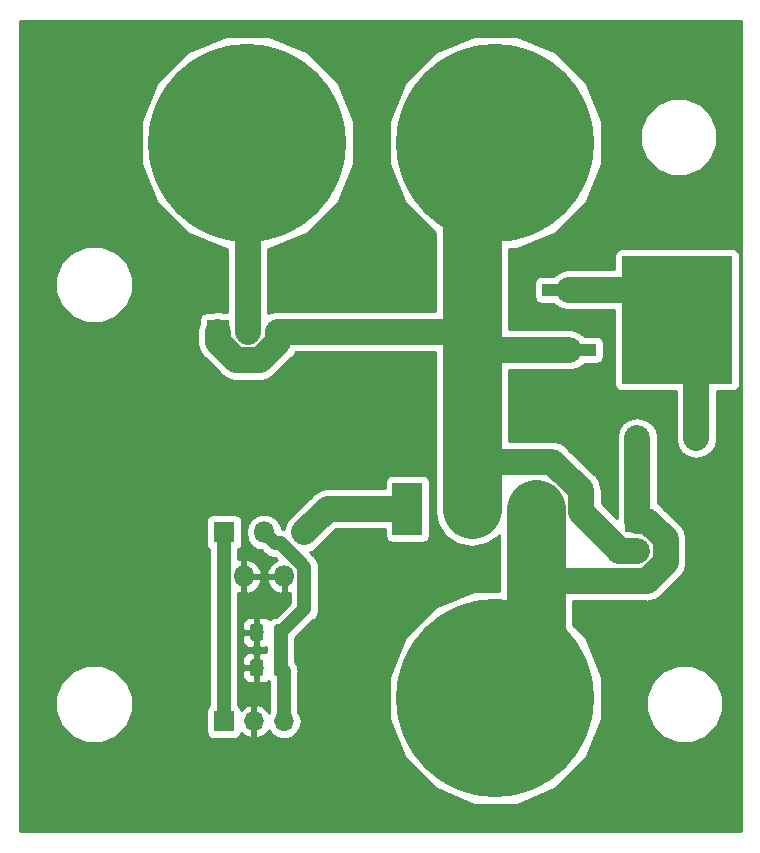
<source format=gbr>
G04 #@! TF.GenerationSoftware,KiCad,Pcbnew,(5.0.2)-1*
G04 #@! TF.CreationDate,2019-04-07T13:53:55+02:00*
G04 #@! TF.ProjectId,Carte commutation,43617274-6520-4636-9f6d-6d7574617469,rev?*
G04 #@! TF.SameCoordinates,Original*
G04 #@! TF.FileFunction,Copper,L1,Top*
G04 #@! TF.FilePolarity,Positive*
%FSLAX46Y46*%
G04 Gerber Fmt 4.6, Leading zero omitted, Abs format (unit mm)*
G04 Created by KiCad (PCBNEW (5.0.2)-1) date 07/04/2019 13:53:55*
%MOMM*%
%LPD*%
G01*
G04 APERTURE LIST*
G04 #@! TA.AperFunction,ComponentPad*
%ADD10C,1.600000*%
G04 #@! TD*
G04 #@! TA.AperFunction,Conductor*
%ADD11C,0.100000*%
G04 #@! TD*
G04 #@! TA.AperFunction,SMDPad,CuDef*
%ADD12C,1.150000*%
G04 #@! TD*
G04 #@! TA.AperFunction,ComponentPad*
%ADD13O,1.905000X2.000000*%
G04 #@! TD*
G04 #@! TA.AperFunction,ComponentPad*
%ADD14R,1.905000X2.000000*%
G04 #@! TD*
G04 #@! TA.AperFunction,ComponentPad*
%ADD15R,2.000000X1.905000*%
G04 #@! TD*
G04 #@! TA.AperFunction,ComponentPad*
%ADD16O,2.000000X1.905000*%
G04 #@! TD*
G04 #@! TA.AperFunction,ComponentPad*
%ADD17C,16.800000*%
G04 #@! TD*
G04 #@! TA.AperFunction,ComponentPad*
%ADD18C,1.100000*%
G04 #@! TD*
G04 #@! TA.AperFunction,ComponentPad*
%ADD19R,1.800000X1.800000*%
G04 #@! TD*
G04 #@! TA.AperFunction,ComponentPad*
%ADD20O,1.800000X1.800000*%
G04 #@! TD*
G04 #@! TA.AperFunction,ComponentPad*
%ADD21R,1.700000X1.700000*%
G04 #@! TD*
G04 #@! TA.AperFunction,ComponentPad*
%ADD22O,1.700000X1.700000*%
G04 #@! TD*
G04 #@! TA.AperFunction,ComponentPad*
%ADD23R,2.500000X4.500000*%
G04 #@! TD*
G04 #@! TA.AperFunction,ComponentPad*
%ADD24O,2.500000X4.500000*%
G04 #@! TD*
G04 #@! TA.AperFunction,SMDPad,CuDef*
%ADD25R,4.600000X1.100000*%
G04 #@! TD*
G04 #@! TA.AperFunction,SMDPad,CuDef*
%ADD26R,9.400000X10.800000*%
G04 #@! TD*
G04 #@! TA.AperFunction,ViaPad*
%ADD27C,2.200000*%
G04 #@! TD*
G04 #@! TA.AperFunction,ViaPad*
%ADD28C,1.000000*%
G04 #@! TD*
G04 #@! TA.AperFunction,Conductor*
%ADD29C,2.200000*%
G04 #@! TD*
G04 #@! TA.AperFunction,Conductor*
%ADD30C,5.000000*%
G04 #@! TD*
G04 #@! TA.AperFunction,Conductor*
%ADD31C,1.200000*%
G04 #@! TD*
G04 #@! TA.AperFunction,Conductor*
%ADD32C,0.254000*%
G04 #@! TD*
G04 APERTURE END LIST*
D10*
G04 #@! TO.P,C0,1*
G04 #@! TO.N,Net-(C0-Pad1)*
X70500000Y-53500000D03*
G04 #@! TO.P,C0,2*
G04 #@! TO.N,Net-(C0-Pad2)*
X65500000Y-53500000D03*
G04 #@! TD*
D11*
G04 #@! TO.N,+15V*
G04 #@! TO.C,C1*
G36*
X35679721Y-69251314D02*
X35703989Y-69254914D01*
X35727788Y-69260875D01*
X35750887Y-69269140D01*
X35773066Y-69279630D01*
X35794109Y-69292242D01*
X35813815Y-69306857D01*
X35831993Y-69323333D01*
X35848469Y-69341511D01*
X35863084Y-69361217D01*
X35875696Y-69382260D01*
X35886186Y-69404439D01*
X35894451Y-69427538D01*
X35900412Y-69451337D01*
X35904012Y-69475605D01*
X35905216Y-69500109D01*
X35905216Y-70400111D01*
X35904012Y-70424615D01*
X35900412Y-70448883D01*
X35894451Y-70472682D01*
X35886186Y-70495781D01*
X35875696Y-70517960D01*
X35863084Y-70539003D01*
X35848469Y-70558709D01*
X35831993Y-70576887D01*
X35813815Y-70593363D01*
X35794109Y-70607978D01*
X35773066Y-70620590D01*
X35750887Y-70631080D01*
X35727788Y-70639345D01*
X35703989Y-70645306D01*
X35679721Y-70648906D01*
X35655217Y-70650110D01*
X35005215Y-70650110D01*
X34980711Y-70648906D01*
X34956443Y-70645306D01*
X34932644Y-70639345D01*
X34909545Y-70631080D01*
X34887366Y-70620590D01*
X34866323Y-70607978D01*
X34846617Y-70593363D01*
X34828439Y-70576887D01*
X34811963Y-70558709D01*
X34797348Y-70539003D01*
X34784736Y-70517960D01*
X34774246Y-70495781D01*
X34765981Y-70472682D01*
X34760020Y-70448883D01*
X34756420Y-70424615D01*
X34755216Y-70400111D01*
X34755216Y-69500109D01*
X34756420Y-69475605D01*
X34760020Y-69451337D01*
X34765981Y-69427538D01*
X34774246Y-69404439D01*
X34784736Y-69382260D01*
X34797348Y-69361217D01*
X34811963Y-69341511D01*
X34828439Y-69323333D01*
X34846617Y-69306857D01*
X34866323Y-69292242D01*
X34887366Y-69279630D01*
X34909545Y-69269140D01*
X34932644Y-69260875D01*
X34956443Y-69254914D01*
X34980711Y-69251314D01*
X35005215Y-69250110D01*
X35655217Y-69250110D01*
X35679721Y-69251314D01*
X35679721Y-69251314D01*
G37*
D12*
G04 #@! TD*
G04 #@! TO.P,C1,1*
G04 #@! TO.N,+15V*
X35330216Y-69950110D03*
D11*
G04 #@! TO.N,GND*
G04 #@! TO.C,C1*
G36*
X33629721Y-69251314D02*
X33653989Y-69254914D01*
X33677788Y-69260875D01*
X33700887Y-69269140D01*
X33723066Y-69279630D01*
X33744109Y-69292242D01*
X33763815Y-69306857D01*
X33781993Y-69323333D01*
X33798469Y-69341511D01*
X33813084Y-69361217D01*
X33825696Y-69382260D01*
X33836186Y-69404439D01*
X33844451Y-69427538D01*
X33850412Y-69451337D01*
X33854012Y-69475605D01*
X33855216Y-69500109D01*
X33855216Y-70400111D01*
X33854012Y-70424615D01*
X33850412Y-70448883D01*
X33844451Y-70472682D01*
X33836186Y-70495781D01*
X33825696Y-70517960D01*
X33813084Y-70539003D01*
X33798469Y-70558709D01*
X33781993Y-70576887D01*
X33763815Y-70593363D01*
X33744109Y-70607978D01*
X33723066Y-70620590D01*
X33700887Y-70631080D01*
X33677788Y-70639345D01*
X33653989Y-70645306D01*
X33629721Y-70648906D01*
X33605217Y-70650110D01*
X32955215Y-70650110D01*
X32930711Y-70648906D01*
X32906443Y-70645306D01*
X32882644Y-70639345D01*
X32859545Y-70631080D01*
X32837366Y-70620590D01*
X32816323Y-70607978D01*
X32796617Y-70593363D01*
X32778439Y-70576887D01*
X32761963Y-70558709D01*
X32747348Y-70539003D01*
X32734736Y-70517960D01*
X32724246Y-70495781D01*
X32715981Y-70472682D01*
X32710020Y-70448883D01*
X32706420Y-70424615D01*
X32705216Y-70400111D01*
X32705216Y-69500109D01*
X32706420Y-69475605D01*
X32710020Y-69451337D01*
X32715981Y-69427538D01*
X32724246Y-69404439D01*
X32734736Y-69382260D01*
X32747348Y-69361217D01*
X32761963Y-69341511D01*
X32778439Y-69323333D01*
X32796617Y-69306857D01*
X32816323Y-69292242D01*
X32837366Y-69279630D01*
X32859545Y-69269140D01*
X32882644Y-69260875D01*
X32906443Y-69254914D01*
X32930711Y-69251314D01*
X32955215Y-69250110D01*
X33605217Y-69250110D01*
X33629721Y-69251314D01*
X33629721Y-69251314D01*
G37*
D12*
G04 #@! TD*
G04 #@! TO.P,C1,2*
G04 #@! TO.N,GND*
X33280216Y-69950110D03*
D11*
G04 #@! TO.N,GND*
G04 #@! TO.C,C2*
G36*
X33629721Y-72251314D02*
X33653989Y-72254914D01*
X33677788Y-72260875D01*
X33700887Y-72269140D01*
X33723066Y-72279630D01*
X33744109Y-72292242D01*
X33763815Y-72306857D01*
X33781993Y-72323333D01*
X33798469Y-72341511D01*
X33813084Y-72361217D01*
X33825696Y-72382260D01*
X33836186Y-72404439D01*
X33844451Y-72427538D01*
X33850412Y-72451337D01*
X33854012Y-72475605D01*
X33855216Y-72500109D01*
X33855216Y-73400111D01*
X33854012Y-73424615D01*
X33850412Y-73448883D01*
X33844451Y-73472682D01*
X33836186Y-73495781D01*
X33825696Y-73517960D01*
X33813084Y-73539003D01*
X33798469Y-73558709D01*
X33781993Y-73576887D01*
X33763815Y-73593363D01*
X33744109Y-73607978D01*
X33723066Y-73620590D01*
X33700887Y-73631080D01*
X33677788Y-73639345D01*
X33653989Y-73645306D01*
X33629721Y-73648906D01*
X33605217Y-73650110D01*
X32955215Y-73650110D01*
X32930711Y-73648906D01*
X32906443Y-73645306D01*
X32882644Y-73639345D01*
X32859545Y-73631080D01*
X32837366Y-73620590D01*
X32816323Y-73607978D01*
X32796617Y-73593363D01*
X32778439Y-73576887D01*
X32761963Y-73558709D01*
X32747348Y-73539003D01*
X32734736Y-73517960D01*
X32724246Y-73495781D01*
X32715981Y-73472682D01*
X32710020Y-73448883D01*
X32706420Y-73424615D01*
X32705216Y-73400111D01*
X32705216Y-72500109D01*
X32706420Y-72475605D01*
X32710020Y-72451337D01*
X32715981Y-72427538D01*
X32724246Y-72404439D01*
X32734736Y-72382260D01*
X32747348Y-72361217D01*
X32761963Y-72341511D01*
X32778439Y-72323333D01*
X32796617Y-72306857D01*
X32816323Y-72292242D01*
X32837366Y-72279630D01*
X32859545Y-72269140D01*
X32882644Y-72260875D01*
X32906443Y-72254914D01*
X32930711Y-72251314D01*
X32955215Y-72250110D01*
X33605217Y-72250110D01*
X33629721Y-72251314D01*
X33629721Y-72251314D01*
G37*
D12*
G04 #@! TD*
G04 #@! TO.P,C2,2*
G04 #@! TO.N,GND*
X33280216Y-72950110D03*
D11*
G04 #@! TO.N,+15V*
G04 #@! TO.C,C2*
G36*
X35679721Y-72251314D02*
X35703989Y-72254914D01*
X35727788Y-72260875D01*
X35750887Y-72269140D01*
X35773066Y-72279630D01*
X35794109Y-72292242D01*
X35813815Y-72306857D01*
X35831993Y-72323333D01*
X35848469Y-72341511D01*
X35863084Y-72361217D01*
X35875696Y-72382260D01*
X35886186Y-72404439D01*
X35894451Y-72427538D01*
X35900412Y-72451337D01*
X35904012Y-72475605D01*
X35905216Y-72500109D01*
X35905216Y-73400111D01*
X35904012Y-73424615D01*
X35900412Y-73448883D01*
X35894451Y-73472682D01*
X35886186Y-73495781D01*
X35875696Y-73517960D01*
X35863084Y-73539003D01*
X35848469Y-73558709D01*
X35831993Y-73576887D01*
X35813815Y-73593363D01*
X35794109Y-73607978D01*
X35773066Y-73620590D01*
X35750887Y-73631080D01*
X35727788Y-73639345D01*
X35703989Y-73645306D01*
X35679721Y-73648906D01*
X35655217Y-73650110D01*
X35005215Y-73650110D01*
X34980711Y-73648906D01*
X34956443Y-73645306D01*
X34932644Y-73639345D01*
X34909545Y-73631080D01*
X34887366Y-73620590D01*
X34866323Y-73607978D01*
X34846617Y-73593363D01*
X34828439Y-73576887D01*
X34811963Y-73558709D01*
X34797348Y-73539003D01*
X34784736Y-73517960D01*
X34774246Y-73495781D01*
X34765981Y-73472682D01*
X34760020Y-73448883D01*
X34756420Y-73424615D01*
X34755216Y-73400111D01*
X34755216Y-72500109D01*
X34756420Y-72475605D01*
X34760020Y-72451337D01*
X34765981Y-72427538D01*
X34774246Y-72404439D01*
X34784736Y-72382260D01*
X34797348Y-72361217D01*
X34811963Y-72341511D01*
X34828439Y-72323333D01*
X34846617Y-72306857D01*
X34866323Y-72292242D01*
X34887366Y-72279630D01*
X34909545Y-72269140D01*
X34932644Y-72260875D01*
X34956443Y-72254914D01*
X34980711Y-72251314D01*
X35005215Y-72250110D01*
X35655217Y-72250110D01*
X35679721Y-72251314D01*
X35679721Y-72251314D01*
G37*
D12*
G04 #@! TD*
G04 #@! TO.P,C2,1*
G04 #@! TO.N,+15V*
X35330216Y-72950110D03*
D13*
G04 #@! TO.P,D0,3*
G04 #@! TO.N,Net-(D0-Pad1)*
X35080000Y-44500000D03*
G04 #@! TO.P,D0,2*
G04 #@! TO.N,Net-(D0-Pad2)*
X32540000Y-44500000D03*
D14*
G04 #@! TO.P,D0,1*
G04 #@! TO.N,Net-(D0-Pad1)*
X30000000Y-44500000D03*
G04 #@! TD*
D15*
G04 #@! TO.P,D1,1*
G04 #@! TO.N,Net-(C0-Pad2)*
X65500000Y-60500000D03*
D16*
G04 #@! TO.P,D1,2*
G04 #@! TO.N,Net-(D0-Pad1)*
X65500000Y-63040000D03*
G04 #@! TO.P,D1,3*
G04 #@! TO.N,Net-(C0-Pad2)*
X65500000Y-65580000D03*
G04 #@! TD*
D17*
G04 #@! TO.P,H0,1*
G04 #@! TO.N,Net-(D0-Pad2)*
X32500000Y-28500000D03*
D18*
X38800000Y-28500000D03*
X36954773Y-32954773D03*
X32500000Y-34800000D03*
X28045227Y-32954773D03*
X26200000Y-28500000D03*
X28045227Y-24045227D03*
X32500000Y-22200000D03*
X36954773Y-24045227D03*
G04 #@! TD*
G04 #@! TO.P,H1,1*
G04 #@! TO.N,Net-(D0-Pad1)*
X57954773Y-24045227D03*
X53500000Y-22200000D03*
X49045227Y-24045227D03*
X47200000Y-28500000D03*
X49045227Y-32954773D03*
X53500000Y-34800000D03*
X57954773Y-32954773D03*
X59800000Y-28500000D03*
D17*
X53500000Y-28500000D03*
G04 #@! TD*
G04 #@! TO.P,H2,1*
G04 #@! TO.N,Net-(C0-Pad2)*
X53500000Y-75500000D03*
D18*
X59800000Y-75500000D03*
X57954773Y-79954773D03*
X53500000Y-81800000D03*
X49045227Y-79954773D03*
X47200000Y-75500000D03*
X49045227Y-71045227D03*
X53500000Y-69200000D03*
X57954773Y-71045227D03*
G04 #@! TD*
D19*
G04 #@! TO.P,IC1,1*
G04 #@! TO.N,Vin*
X30500000Y-61500000D03*
D20*
G04 #@! TO.P,IC1,2*
G04 #@! TO.N,GND*
X32200000Y-65200000D03*
G04 #@! TO.P,IC1,3*
G04 #@! TO.N,+15V*
X33900000Y-61500000D03*
G04 #@! TO.P,IC1,4*
G04 #@! TO.N,GND*
X35600000Y-65200000D03*
G04 #@! TO.P,IC1,5*
G04 #@! TO.N,Net-(IC1-Pad5)*
X37300000Y-61500000D03*
G04 #@! TD*
D21*
G04 #@! TO.P,J0,1*
G04 #@! TO.N,Vin*
X30500000Y-77500000D03*
D22*
G04 #@! TO.P,J0,2*
G04 #@! TO.N,GND*
X33040000Y-77500000D03*
G04 #@! TO.P,J0,3*
G04 #@! TO.N,+15V*
X35580000Y-77500000D03*
G04 #@! TD*
D23*
G04 #@! TO.P,Q1,1*
G04 #@! TO.N,Net-(IC1-Pad5)*
X46050000Y-59500000D03*
D24*
G04 #@! TO.P,Q1,2*
G04 #@! TO.N,Net-(D0-Pad1)*
X51500000Y-59500000D03*
G04 #@! TO.P,Q1,3*
G04 #@! TO.N,Net-(C0-Pad2)*
X56950000Y-59500000D03*
G04 #@! TD*
D25*
G04 #@! TO.P,R0,1*
G04 #@! TO.N,Net-(C0-Pad1)*
X59725000Y-40960000D03*
G04 #@! TO.P,R0,2*
G04 #@! TO.N,Net-(D0-Pad1)*
X59725000Y-46040000D03*
D26*
G04 #@! TO.P,R0,1*
G04 #@! TO.N,Net-(C0-Pad1)*
X68875000Y-43500000D03*
G04 #@! TD*
D27*
G04 #@! TO.N,Net-(C0-Pad1)*
X68875000Y-43500000D03*
D28*
X70500000Y-47500000D03*
D27*
G04 #@! TO.N,Net-(C0-Pad2)*
X56950000Y-64500000D03*
D28*
X65500000Y-56500000D03*
D27*
G04 #@! TO.N,Net-(D0-Pad1)*
X51500000Y-38500000D03*
X51500000Y-44500000D03*
X51500000Y-49500000D03*
X51500000Y-54500000D03*
D28*
X58324025Y-55500000D03*
X60750010Y-57925985D03*
X46500000Y-44500000D03*
X43500000Y-44500000D03*
X39500000Y-44500000D03*
X33500000Y-46900010D03*
X59500000Y-46040000D03*
X56500000Y-46040000D03*
G04 #@! TO.N,Net-(D0-Pad2)*
X32540000Y-38500000D03*
X32540000Y-41500000D03*
G04 #@! TD*
D29*
G04 #@! TO.N,Net-(C0-Pad1)*
X66335000Y-40960000D02*
X68875000Y-43500000D01*
X59725000Y-40960000D02*
X66335000Y-40960000D01*
X70500000Y-45125000D02*
X68875000Y-43500000D01*
X70500000Y-53500000D02*
X70500000Y-47500000D01*
X68875000Y-43500000D02*
X68875000Y-43500000D01*
X70500000Y-47500000D02*
X70500000Y-45125000D01*
D30*
G04 #@! TO.N,Net-(C0-Pad2)*
X56950000Y-72050000D02*
X53500000Y-75500000D01*
D29*
X65500000Y-53500000D02*
X65500000Y-56500000D01*
X57870000Y-65580000D02*
X56950000Y-66500000D01*
X65500000Y-65580000D02*
X57870000Y-65580000D01*
D30*
X56950000Y-59500000D02*
X56950000Y-66500000D01*
X56950000Y-66500000D02*
X56950000Y-72050000D01*
D29*
X66354126Y-60500000D02*
X65500000Y-60500000D01*
X67900010Y-62045884D02*
X66354126Y-60500000D01*
X67900010Y-64034116D02*
X67900010Y-62045884D01*
X65500000Y-65580000D02*
X66354126Y-65580000D01*
X66354126Y-65580000D02*
X67900010Y-64034116D01*
X65500000Y-56500000D02*
X65500000Y-60500000D01*
D31*
G04 #@! TO.N,+15V*
X35580000Y-73199894D02*
X35330216Y-72950110D01*
X35580000Y-77500000D02*
X35580000Y-73199894D01*
X35330216Y-72950110D02*
X35330216Y-69950110D01*
X34799999Y-62399999D02*
X33900000Y-61500000D01*
X35316001Y-62399999D02*
X34799999Y-62399999D01*
X37300001Y-64383999D02*
X35316001Y-62399999D01*
X35330216Y-69950110D02*
X37300001Y-67980325D01*
X37300001Y-67980325D02*
X37300001Y-64383999D01*
D30*
G04 #@! TO.N,Net-(D0-Pad1)*
X51500000Y-30500000D02*
X53500000Y-28500000D01*
D29*
X38232500Y-44500000D02*
X39500000Y-44500000D01*
X35080000Y-44500000D02*
X38232500Y-44500000D01*
D30*
X51500000Y-44500000D02*
X51500000Y-38500000D01*
D29*
X30000000Y-45354126D02*
X30000000Y-44500000D01*
X31545884Y-46900010D02*
X30000000Y-45354126D01*
X33534116Y-46900010D02*
X33500000Y-46900010D01*
X35080000Y-44500000D02*
X35080000Y-45354126D01*
X35080000Y-45354126D02*
X33534116Y-46900010D01*
X53040000Y-46040000D02*
X51500000Y-44500000D01*
X59725000Y-46040000D02*
X59500000Y-46040000D01*
X65500000Y-63040000D02*
X63960000Y-63040000D01*
X58324025Y-55500000D02*
X58324025Y-55500000D01*
D30*
X51500000Y-59500000D02*
X51500000Y-55500000D01*
D29*
X63960000Y-63040000D02*
X63960000Y-62960000D01*
X63960000Y-62960000D02*
X60750010Y-59750010D01*
X60750010Y-59750010D02*
X60750010Y-57925985D01*
D30*
X51500000Y-55500000D02*
X51500000Y-44500000D01*
D29*
X60750010Y-57925985D02*
X58324025Y-55500000D01*
D30*
X51500000Y-38500000D02*
X51500000Y-30500000D01*
D29*
X51500000Y-44500000D02*
X51500000Y-44500000D01*
X58324025Y-55500000D02*
X51500000Y-55500000D01*
X60750010Y-57925985D02*
X60750010Y-57925985D01*
X46500000Y-44500000D02*
X51500000Y-44500000D01*
X43500000Y-44500000D02*
X46500000Y-44500000D01*
X39500000Y-44500000D02*
X43500000Y-44500000D01*
X33500000Y-46900010D02*
X31545884Y-46900010D01*
X59500000Y-46040000D02*
X56500000Y-46040000D01*
X56500000Y-46040000D02*
X53040000Y-46040000D01*
G04 #@! TO.N,Net-(D0-Pad2)*
X32540000Y-28540000D02*
X32500000Y-28500000D01*
X32540000Y-44500000D02*
X32540000Y-41500000D01*
X32540000Y-38500000D02*
X32540000Y-28540000D01*
X32540000Y-41500000D02*
X32540000Y-38500000D01*
D31*
G04 #@! TO.N,Vin*
X30500000Y-77500000D02*
X30500000Y-61500000D01*
D29*
G04 #@! TO.N,Net-(IC1-Pad5)*
X39300000Y-59500000D02*
X37300000Y-61500000D01*
X46050000Y-59500000D02*
X39300000Y-59500000D01*
G04 #@! TD*
D32*
G04 #@! TO.N,GND*
G36*
X74290001Y-86790000D02*
X13210000Y-86790000D01*
X13210000Y-75346573D01*
X16215000Y-75346573D01*
X16215000Y-76653427D01*
X16715111Y-77860803D01*
X17639197Y-78784889D01*
X18846573Y-79285000D01*
X20153427Y-79285000D01*
X21360803Y-78784889D01*
X22284889Y-77860803D01*
X22785000Y-76653427D01*
X22785000Y-75346573D01*
X22284889Y-74139197D01*
X21360803Y-73215111D01*
X20153427Y-72715000D01*
X18846573Y-72715000D01*
X17639197Y-73215111D01*
X16715111Y-74139197D01*
X16215000Y-75346573D01*
X13210000Y-75346573D01*
X13210000Y-60600000D01*
X28952560Y-60600000D01*
X28952560Y-62400000D01*
X29001843Y-62647765D01*
X29142191Y-62857809D01*
X29265001Y-62939869D01*
X29265000Y-76143541D01*
X29192191Y-76192191D01*
X29051843Y-76402235D01*
X29002560Y-76650000D01*
X29002560Y-78350000D01*
X29051843Y-78597765D01*
X29192191Y-78807809D01*
X29402235Y-78948157D01*
X29650000Y-78997440D01*
X31350000Y-78997440D01*
X31597765Y-78948157D01*
X31807809Y-78807809D01*
X31948157Y-78597765D01*
X31968739Y-78494292D01*
X32273076Y-78771645D01*
X32683110Y-78941476D01*
X32913000Y-78820155D01*
X32913000Y-77627000D01*
X32893000Y-77627000D01*
X32893000Y-77373000D01*
X32913000Y-77373000D01*
X32913000Y-76179845D01*
X32683110Y-76058524D01*
X32273076Y-76228355D01*
X31968739Y-76505708D01*
X31948157Y-76402235D01*
X31807809Y-76192191D01*
X31735000Y-76143541D01*
X31735000Y-73235860D01*
X32070216Y-73235860D01*
X32070216Y-73776420D01*
X32166889Y-74009809D01*
X32345518Y-74188437D01*
X32578907Y-74285110D01*
X32994466Y-74285110D01*
X33153216Y-74126360D01*
X33153216Y-73077110D01*
X32228966Y-73077110D01*
X32070216Y-73235860D01*
X31735000Y-73235860D01*
X31735000Y-72123800D01*
X32070216Y-72123800D01*
X32070216Y-72664360D01*
X32228966Y-72823110D01*
X33153216Y-72823110D01*
X33153216Y-71773860D01*
X32994466Y-71615110D01*
X32578907Y-71615110D01*
X32345518Y-71711783D01*
X32166889Y-71890411D01*
X32070216Y-72123800D01*
X31735000Y-72123800D01*
X31735000Y-70235860D01*
X32070216Y-70235860D01*
X32070216Y-70776420D01*
X32166889Y-71009809D01*
X32345518Y-71188437D01*
X32578907Y-71285110D01*
X32994466Y-71285110D01*
X33153216Y-71126360D01*
X33153216Y-70077110D01*
X32228966Y-70077110D01*
X32070216Y-70235860D01*
X31735000Y-70235860D01*
X31735000Y-69123800D01*
X32070216Y-69123800D01*
X32070216Y-69664360D01*
X32228966Y-69823110D01*
X33153216Y-69823110D01*
X33153216Y-68773860D01*
X32994466Y-68615110D01*
X32578907Y-68615110D01*
X32345518Y-68711783D01*
X32166889Y-68890411D01*
X32070216Y-69123800D01*
X31735000Y-69123800D01*
X31735000Y-66644304D01*
X31835258Y-66691046D01*
X32073000Y-66570997D01*
X32073000Y-65327000D01*
X32327000Y-65327000D01*
X32327000Y-66570997D01*
X32564742Y-66691046D01*
X33107576Y-66437966D01*
X33512240Y-65996417D01*
X33691036Y-65564740D01*
X34108964Y-65564740D01*
X34287760Y-65996417D01*
X34692424Y-66437966D01*
X35235258Y-66691046D01*
X35473000Y-66570997D01*
X35473000Y-65327000D01*
X34229622Y-65327000D01*
X34108964Y-65564740D01*
X33691036Y-65564740D01*
X33570378Y-65327000D01*
X32327000Y-65327000D01*
X32073000Y-65327000D01*
X32053000Y-65327000D01*
X32053000Y-65073000D01*
X32073000Y-65073000D01*
X32073000Y-63829003D01*
X32327000Y-63829003D01*
X32327000Y-65073000D01*
X33570378Y-65073000D01*
X33691036Y-64835260D01*
X33512240Y-64403583D01*
X33107576Y-63962034D01*
X32564742Y-63708954D01*
X32327000Y-63829003D01*
X32073000Y-63829003D01*
X31835258Y-63708954D01*
X31735000Y-63755696D01*
X31735000Y-62939868D01*
X31857809Y-62857809D01*
X31998157Y-62647765D01*
X32047440Y-62400000D01*
X32047440Y-61500000D01*
X32334928Y-61500000D01*
X32454062Y-62098927D01*
X32793327Y-62606673D01*
X33301073Y-62945938D01*
X33673456Y-63020010D01*
X33840714Y-63187268D01*
X33909614Y-63290384D01*
X34012730Y-63359284D01*
X34012731Y-63359285D01*
X34293510Y-63546895D01*
X34318126Y-63563343D01*
X34678363Y-63634999D01*
X34678367Y-63634999D01*
X34799999Y-63659193D01*
X34823890Y-63654441D01*
X34991873Y-63822425D01*
X34692424Y-63962034D01*
X34287760Y-64403583D01*
X34108964Y-64835260D01*
X34229622Y-65073000D01*
X35473000Y-65073000D01*
X35473000Y-65053000D01*
X35727000Y-65053000D01*
X35727000Y-65073000D01*
X35747000Y-65073000D01*
X35747000Y-65327000D01*
X35727000Y-65327000D01*
X35727000Y-66570997D01*
X35964742Y-66691046D01*
X36065001Y-66644303D01*
X36065001Y-67468772D01*
X34912701Y-68621072D01*
X34661780Y-68670983D01*
X34370630Y-68865524D01*
X34369839Y-68866707D01*
X34214914Y-68711783D01*
X33981525Y-68615110D01*
X33565966Y-68615110D01*
X33407216Y-68773860D01*
X33407216Y-69823110D01*
X33427216Y-69823110D01*
X33427216Y-70077110D01*
X33407216Y-70077110D01*
X33407216Y-71126360D01*
X33565966Y-71285110D01*
X33981525Y-71285110D01*
X34095217Y-71238017D01*
X34095216Y-71662203D01*
X33981525Y-71615110D01*
X33565966Y-71615110D01*
X33407216Y-71773860D01*
X33407216Y-72823110D01*
X33427216Y-72823110D01*
X33427216Y-73077110D01*
X33407216Y-73077110D01*
X33407216Y-74126360D01*
X33565966Y-74285110D01*
X33981525Y-74285110D01*
X34214914Y-74188437D01*
X34345001Y-74058351D01*
X34345000Y-76675379D01*
X34296157Y-76748478D01*
X34235183Y-76618642D01*
X33806924Y-76228355D01*
X33396890Y-76058524D01*
X33167000Y-76179845D01*
X33167000Y-77373000D01*
X33187000Y-77373000D01*
X33187000Y-77627000D01*
X33167000Y-77627000D01*
X33167000Y-78820155D01*
X33396890Y-78941476D01*
X33806924Y-78771645D01*
X34235183Y-78381358D01*
X34296157Y-78251522D01*
X34509375Y-78570625D01*
X35000582Y-78898839D01*
X35433744Y-78985000D01*
X35726256Y-78985000D01*
X36159418Y-78898839D01*
X36650625Y-78570625D01*
X36978839Y-78079418D01*
X37094092Y-77500000D01*
X36978839Y-76920582D01*
X36815000Y-76675380D01*
X36815000Y-73321526D01*
X36839194Y-73199894D01*
X36815000Y-73078262D01*
X36815000Y-73078258D01*
X36743344Y-72718021D01*
X36565216Y-72451434D01*
X36565216Y-70461663D01*
X38087268Y-68939611D01*
X38190386Y-68870710D01*
X38463345Y-68462198D01*
X38535001Y-68101961D01*
X38535001Y-68101957D01*
X38559195Y-67980325D01*
X38535001Y-67858693D01*
X38535001Y-64505631D01*
X38559195Y-64383999D01*
X38535001Y-64262367D01*
X38535001Y-64262363D01*
X38463345Y-63902126D01*
X38339623Y-63716963D01*
X38259287Y-63596731D01*
X38259286Y-63596730D01*
X38190386Y-63493614D01*
X38087270Y-63424714D01*
X37826765Y-63164209D01*
X37976963Y-63134333D01*
X38405999Y-62847660D01*
X40018660Y-61235000D01*
X44152560Y-61235000D01*
X44152560Y-61750000D01*
X44201843Y-61997765D01*
X44342191Y-62207809D01*
X44552235Y-62348157D01*
X44800000Y-62397440D01*
X47300000Y-62397440D01*
X47547765Y-62348157D01*
X47757809Y-62207809D01*
X47898157Y-61997765D01*
X47947440Y-61750000D01*
X47947440Y-57250000D01*
X47898157Y-57002235D01*
X47757809Y-56792191D01*
X47547765Y-56651843D01*
X47300000Y-56602560D01*
X44800000Y-56602560D01*
X44552235Y-56651843D01*
X44342191Y-56792191D01*
X44201843Y-57002235D01*
X44152560Y-57250000D01*
X44152560Y-57765000D01*
X39470878Y-57765000D01*
X39299999Y-57731010D01*
X39129121Y-57765000D01*
X39129120Y-57765000D01*
X38623037Y-57865666D01*
X38049135Y-58249135D01*
X37952338Y-58394002D01*
X35952340Y-60394001D01*
X35665667Y-60823037D01*
X35591556Y-61195616D01*
X35437637Y-61164999D01*
X35437633Y-61164999D01*
X35396821Y-61156881D01*
X35345938Y-60901073D01*
X35006673Y-60393327D01*
X34498927Y-60054062D01*
X34051182Y-59965000D01*
X33748818Y-59965000D01*
X33301073Y-60054062D01*
X32793327Y-60393327D01*
X32454062Y-60901073D01*
X32334928Y-61500000D01*
X32047440Y-61500000D01*
X32047440Y-60600000D01*
X31998157Y-60352235D01*
X31857809Y-60142191D01*
X31647765Y-60001843D01*
X31400000Y-59952560D01*
X29600000Y-59952560D01*
X29352235Y-60001843D01*
X29142191Y-60142191D01*
X29001843Y-60352235D01*
X28952560Y-60600000D01*
X13210000Y-60600000D01*
X13210000Y-39846573D01*
X16215000Y-39846573D01*
X16215000Y-41153427D01*
X16715111Y-42360803D01*
X17639197Y-43284889D01*
X18846573Y-43785000D01*
X20153427Y-43785000D01*
X21360803Y-43284889D01*
X22284889Y-42360803D01*
X22785000Y-41153427D01*
X22785000Y-39846573D01*
X22284889Y-38639197D01*
X21360803Y-37715111D01*
X20153427Y-37215000D01*
X18846573Y-37215000D01*
X17639197Y-37715111D01*
X16715111Y-38639197D01*
X16215000Y-39846573D01*
X13210000Y-39846573D01*
X13210000Y-26702827D01*
X23465000Y-26702827D01*
X23465000Y-30297173D01*
X24840497Y-33617916D01*
X27382084Y-36159503D01*
X30702827Y-37535000D01*
X30805000Y-37535000D01*
X30805000Y-38670879D01*
X30805001Y-38670884D01*
X30805000Y-41670879D01*
X30805001Y-41670884D01*
X30805001Y-42852560D01*
X30611075Y-42852560D01*
X30000000Y-42731010D01*
X29388926Y-42852560D01*
X29047500Y-42852560D01*
X28799735Y-42901843D01*
X28589691Y-43042191D01*
X28449343Y-43252235D01*
X28400060Y-43500000D01*
X28400060Y-43771563D01*
X28365666Y-43823037D01*
X28265000Y-44329120D01*
X28265000Y-45183248D01*
X28231010Y-45354126D01*
X28265000Y-45525004D01*
X28265000Y-45525005D01*
X28365666Y-46031088D01*
X28749135Y-46604991D01*
X28894005Y-46701790D01*
X30198222Y-48006008D01*
X30295019Y-48150875D01*
X30868921Y-48534344D01*
X31375004Y-48635010D01*
X31375005Y-48635010D01*
X31545883Y-48669000D01*
X31716762Y-48635010D01*
X33363238Y-48635010D01*
X33534116Y-48669000D01*
X33704994Y-48635010D01*
X33704996Y-48635010D01*
X34211079Y-48534344D01*
X34784981Y-48150875D01*
X34881780Y-48006005D01*
X36185998Y-46701788D01*
X36330865Y-46604991D01*
X36578085Y-46235000D01*
X48365001Y-46235000D01*
X48365000Y-55808768D01*
X48365001Y-55808772D01*
X48365000Y-59808768D01*
X48546895Y-60723215D01*
X49239791Y-61760209D01*
X50276784Y-62453105D01*
X51500000Y-62696418D01*
X52723215Y-62453105D01*
X53760209Y-61760209D01*
X53815000Y-61678208D01*
X53815001Y-66191227D01*
X53815000Y-66191232D01*
X53815000Y-66465000D01*
X51702827Y-66465000D01*
X48382084Y-67840497D01*
X45840497Y-70382084D01*
X44465000Y-73702827D01*
X44465000Y-77297173D01*
X45840497Y-80617916D01*
X48382084Y-83159503D01*
X51702827Y-84535000D01*
X55297173Y-84535000D01*
X58617916Y-83159503D01*
X61159503Y-80617916D01*
X62535000Y-77297173D01*
X62535000Y-75346573D01*
X66215000Y-75346573D01*
X66215000Y-76653427D01*
X66715111Y-77860803D01*
X67639197Y-78784889D01*
X68846573Y-79285000D01*
X70153427Y-79285000D01*
X71360803Y-78784889D01*
X72284889Y-77860803D01*
X72785000Y-76653427D01*
X72785000Y-75346573D01*
X72284889Y-74139197D01*
X71360803Y-73215111D01*
X70153427Y-72715000D01*
X68846573Y-72715000D01*
X67639197Y-73215111D01*
X66715111Y-74139197D01*
X66215000Y-75346573D01*
X62535000Y-75346573D01*
X62535000Y-73702827D01*
X61159503Y-70382084D01*
X60085000Y-69307581D01*
X60085000Y-67315000D01*
X66183248Y-67315000D01*
X66354126Y-67348990D01*
X66525004Y-67315000D01*
X66525006Y-67315000D01*
X67031089Y-67214334D01*
X67604991Y-66830865D01*
X67701790Y-66685995D01*
X69006008Y-65381778D01*
X69150875Y-65284981D01*
X69534344Y-64711079D01*
X69635010Y-64204996D01*
X69635010Y-64204995D01*
X69669000Y-64034117D01*
X69635010Y-63863238D01*
X69635010Y-62216762D01*
X69669000Y-62045883D01*
X69630832Y-61853999D01*
X69534344Y-61368921D01*
X69150875Y-60795019D01*
X69006008Y-60698222D01*
X67701790Y-59394005D01*
X67604991Y-59249135D01*
X67235000Y-59001915D01*
X67235000Y-53329120D01*
X67134334Y-52823037D01*
X66750865Y-52249135D01*
X66176962Y-51865666D01*
X65500000Y-51731010D01*
X64823037Y-51865666D01*
X64249135Y-52249135D01*
X63865666Y-52823038D01*
X63765000Y-53329121D01*
X63765001Y-56329116D01*
X63765000Y-56329121D01*
X63765001Y-60311341D01*
X62485010Y-59031351D01*
X62485010Y-58096865D01*
X62519000Y-57925985D01*
X62474093Y-57700219D01*
X62384344Y-57249022D01*
X62000875Y-56675120D01*
X61856008Y-56578323D01*
X59671689Y-54394005D01*
X59574890Y-54249135D01*
X59000988Y-53865666D01*
X58494905Y-53765000D01*
X58494903Y-53765000D01*
X58324025Y-53731010D01*
X58153147Y-53765000D01*
X54635000Y-53765000D01*
X54635000Y-47775000D01*
X59895880Y-47775000D01*
X60401963Y-47674334D01*
X60975865Y-47290865D01*
X61011562Y-47237440D01*
X62025000Y-47237440D01*
X62272765Y-47188157D01*
X62482809Y-47047809D01*
X62623157Y-46837765D01*
X62672440Y-46590000D01*
X62672440Y-45490000D01*
X62623157Y-45242235D01*
X62482809Y-45032191D01*
X62272765Y-44891843D01*
X62025000Y-44842560D01*
X61011562Y-44842560D01*
X60975865Y-44789135D01*
X60401963Y-44405666D01*
X59895880Y-44305000D01*
X54635000Y-44305000D01*
X54635000Y-40410000D01*
X56777560Y-40410000D01*
X56777560Y-41510000D01*
X56826843Y-41757765D01*
X56967191Y-41967809D01*
X57177235Y-42108157D01*
X57425000Y-42157440D01*
X58438438Y-42157440D01*
X58474135Y-42210865D01*
X59048037Y-42594334D01*
X59554120Y-42695000D01*
X63527560Y-42695000D01*
X63527560Y-48900000D01*
X63576843Y-49147765D01*
X63717191Y-49357809D01*
X63927235Y-49498157D01*
X64175000Y-49547440D01*
X68765001Y-49547440D01*
X68765000Y-53670879D01*
X68865666Y-54176962D01*
X69249135Y-54750865D01*
X69823037Y-55134334D01*
X70500000Y-55268990D01*
X71176962Y-55134334D01*
X71750865Y-54750865D01*
X72134334Y-54176963D01*
X72235000Y-53670880D01*
X72235000Y-49547440D01*
X73575000Y-49547440D01*
X73822765Y-49498157D01*
X74032809Y-49357809D01*
X74173157Y-49147765D01*
X74222440Y-48900000D01*
X74222440Y-38100000D01*
X74173157Y-37852235D01*
X74032809Y-37642191D01*
X73822765Y-37501843D01*
X73575000Y-37452560D01*
X64175000Y-37452560D01*
X63927235Y-37501843D01*
X63717191Y-37642191D01*
X63576843Y-37852235D01*
X63527560Y-38100000D01*
X63527560Y-39225000D01*
X59554120Y-39225000D01*
X59048037Y-39325666D01*
X58474135Y-39709135D01*
X58438438Y-39762560D01*
X57425000Y-39762560D01*
X57177235Y-39811843D01*
X56967191Y-39952191D01*
X56826843Y-40162235D01*
X56777560Y-40410000D01*
X54635000Y-40410000D01*
X54635000Y-37535000D01*
X55297173Y-37535000D01*
X58617916Y-36159503D01*
X61159503Y-33617916D01*
X62535000Y-30297173D01*
X62535000Y-27346573D01*
X65715000Y-27346573D01*
X65715000Y-28653427D01*
X66215111Y-29860803D01*
X67139197Y-30784889D01*
X68346573Y-31285000D01*
X69653427Y-31285000D01*
X70860803Y-30784889D01*
X71784889Y-29860803D01*
X72285000Y-28653427D01*
X72285000Y-27346573D01*
X71784889Y-26139197D01*
X70860803Y-25215111D01*
X69653427Y-24715000D01*
X68346573Y-24715000D01*
X67139197Y-25215111D01*
X66215111Y-26139197D01*
X65715000Y-27346573D01*
X62535000Y-27346573D01*
X62535000Y-26702827D01*
X61159503Y-23382084D01*
X58617916Y-20840497D01*
X55297173Y-19465000D01*
X51702827Y-19465000D01*
X48382084Y-20840497D01*
X45840497Y-23382084D01*
X44465000Y-26702827D01*
X44465000Y-30297173D01*
X45840497Y-33617916D01*
X48365000Y-36142419D01*
X48365000Y-38808768D01*
X48365001Y-38808773D01*
X48365000Y-42765000D01*
X35250879Y-42765000D01*
X35080000Y-42731010D01*
X34909120Y-42765000D01*
X34403037Y-42865666D01*
X34275000Y-42951218D01*
X34275000Y-37535000D01*
X34297173Y-37535000D01*
X37617916Y-36159503D01*
X40159503Y-33617916D01*
X41535000Y-30297173D01*
X41535000Y-26702827D01*
X40159503Y-23382084D01*
X37617916Y-20840497D01*
X34297173Y-19465000D01*
X30702827Y-19465000D01*
X27382084Y-20840497D01*
X24840497Y-23382084D01*
X23465000Y-26702827D01*
X13210000Y-26702827D01*
X13210000Y-18210000D01*
X74290000Y-18210000D01*
X74290001Y-86790000D01*
X74290001Y-86790000D01*
G37*
X74290001Y-86790000D02*
X13210000Y-86790000D01*
X13210000Y-75346573D01*
X16215000Y-75346573D01*
X16215000Y-76653427D01*
X16715111Y-77860803D01*
X17639197Y-78784889D01*
X18846573Y-79285000D01*
X20153427Y-79285000D01*
X21360803Y-78784889D01*
X22284889Y-77860803D01*
X22785000Y-76653427D01*
X22785000Y-75346573D01*
X22284889Y-74139197D01*
X21360803Y-73215111D01*
X20153427Y-72715000D01*
X18846573Y-72715000D01*
X17639197Y-73215111D01*
X16715111Y-74139197D01*
X16215000Y-75346573D01*
X13210000Y-75346573D01*
X13210000Y-60600000D01*
X28952560Y-60600000D01*
X28952560Y-62400000D01*
X29001843Y-62647765D01*
X29142191Y-62857809D01*
X29265001Y-62939869D01*
X29265000Y-76143541D01*
X29192191Y-76192191D01*
X29051843Y-76402235D01*
X29002560Y-76650000D01*
X29002560Y-78350000D01*
X29051843Y-78597765D01*
X29192191Y-78807809D01*
X29402235Y-78948157D01*
X29650000Y-78997440D01*
X31350000Y-78997440D01*
X31597765Y-78948157D01*
X31807809Y-78807809D01*
X31948157Y-78597765D01*
X31968739Y-78494292D01*
X32273076Y-78771645D01*
X32683110Y-78941476D01*
X32913000Y-78820155D01*
X32913000Y-77627000D01*
X32893000Y-77627000D01*
X32893000Y-77373000D01*
X32913000Y-77373000D01*
X32913000Y-76179845D01*
X32683110Y-76058524D01*
X32273076Y-76228355D01*
X31968739Y-76505708D01*
X31948157Y-76402235D01*
X31807809Y-76192191D01*
X31735000Y-76143541D01*
X31735000Y-73235860D01*
X32070216Y-73235860D01*
X32070216Y-73776420D01*
X32166889Y-74009809D01*
X32345518Y-74188437D01*
X32578907Y-74285110D01*
X32994466Y-74285110D01*
X33153216Y-74126360D01*
X33153216Y-73077110D01*
X32228966Y-73077110D01*
X32070216Y-73235860D01*
X31735000Y-73235860D01*
X31735000Y-72123800D01*
X32070216Y-72123800D01*
X32070216Y-72664360D01*
X32228966Y-72823110D01*
X33153216Y-72823110D01*
X33153216Y-71773860D01*
X32994466Y-71615110D01*
X32578907Y-71615110D01*
X32345518Y-71711783D01*
X32166889Y-71890411D01*
X32070216Y-72123800D01*
X31735000Y-72123800D01*
X31735000Y-70235860D01*
X32070216Y-70235860D01*
X32070216Y-70776420D01*
X32166889Y-71009809D01*
X32345518Y-71188437D01*
X32578907Y-71285110D01*
X32994466Y-71285110D01*
X33153216Y-71126360D01*
X33153216Y-70077110D01*
X32228966Y-70077110D01*
X32070216Y-70235860D01*
X31735000Y-70235860D01*
X31735000Y-69123800D01*
X32070216Y-69123800D01*
X32070216Y-69664360D01*
X32228966Y-69823110D01*
X33153216Y-69823110D01*
X33153216Y-68773860D01*
X32994466Y-68615110D01*
X32578907Y-68615110D01*
X32345518Y-68711783D01*
X32166889Y-68890411D01*
X32070216Y-69123800D01*
X31735000Y-69123800D01*
X31735000Y-66644304D01*
X31835258Y-66691046D01*
X32073000Y-66570997D01*
X32073000Y-65327000D01*
X32327000Y-65327000D01*
X32327000Y-66570997D01*
X32564742Y-66691046D01*
X33107576Y-66437966D01*
X33512240Y-65996417D01*
X33691036Y-65564740D01*
X34108964Y-65564740D01*
X34287760Y-65996417D01*
X34692424Y-66437966D01*
X35235258Y-66691046D01*
X35473000Y-66570997D01*
X35473000Y-65327000D01*
X34229622Y-65327000D01*
X34108964Y-65564740D01*
X33691036Y-65564740D01*
X33570378Y-65327000D01*
X32327000Y-65327000D01*
X32073000Y-65327000D01*
X32053000Y-65327000D01*
X32053000Y-65073000D01*
X32073000Y-65073000D01*
X32073000Y-63829003D01*
X32327000Y-63829003D01*
X32327000Y-65073000D01*
X33570378Y-65073000D01*
X33691036Y-64835260D01*
X33512240Y-64403583D01*
X33107576Y-63962034D01*
X32564742Y-63708954D01*
X32327000Y-63829003D01*
X32073000Y-63829003D01*
X31835258Y-63708954D01*
X31735000Y-63755696D01*
X31735000Y-62939868D01*
X31857809Y-62857809D01*
X31998157Y-62647765D01*
X32047440Y-62400000D01*
X32047440Y-61500000D01*
X32334928Y-61500000D01*
X32454062Y-62098927D01*
X32793327Y-62606673D01*
X33301073Y-62945938D01*
X33673456Y-63020010D01*
X33840714Y-63187268D01*
X33909614Y-63290384D01*
X34012730Y-63359284D01*
X34012731Y-63359285D01*
X34293510Y-63546895D01*
X34318126Y-63563343D01*
X34678363Y-63634999D01*
X34678367Y-63634999D01*
X34799999Y-63659193D01*
X34823890Y-63654441D01*
X34991873Y-63822425D01*
X34692424Y-63962034D01*
X34287760Y-64403583D01*
X34108964Y-64835260D01*
X34229622Y-65073000D01*
X35473000Y-65073000D01*
X35473000Y-65053000D01*
X35727000Y-65053000D01*
X35727000Y-65073000D01*
X35747000Y-65073000D01*
X35747000Y-65327000D01*
X35727000Y-65327000D01*
X35727000Y-66570997D01*
X35964742Y-66691046D01*
X36065001Y-66644303D01*
X36065001Y-67468772D01*
X34912701Y-68621072D01*
X34661780Y-68670983D01*
X34370630Y-68865524D01*
X34369839Y-68866707D01*
X34214914Y-68711783D01*
X33981525Y-68615110D01*
X33565966Y-68615110D01*
X33407216Y-68773860D01*
X33407216Y-69823110D01*
X33427216Y-69823110D01*
X33427216Y-70077110D01*
X33407216Y-70077110D01*
X33407216Y-71126360D01*
X33565966Y-71285110D01*
X33981525Y-71285110D01*
X34095217Y-71238017D01*
X34095216Y-71662203D01*
X33981525Y-71615110D01*
X33565966Y-71615110D01*
X33407216Y-71773860D01*
X33407216Y-72823110D01*
X33427216Y-72823110D01*
X33427216Y-73077110D01*
X33407216Y-73077110D01*
X33407216Y-74126360D01*
X33565966Y-74285110D01*
X33981525Y-74285110D01*
X34214914Y-74188437D01*
X34345001Y-74058351D01*
X34345000Y-76675379D01*
X34296157Y-76748478D01*
X34235183Y-76618642D01*
X33806924Y-76228355D01*
X33396890Y-76058524D01*
X33167000Y-76179845D01*
X33167000Y-77373000D01*
X33187000Y-77373000D01*
X33187000Y-77627000D01*
X33167000Y-77627000D01*
X33167000Y-78820155D01*
X33396890Y-78941476D01*
X33806924Y-78771645D01*
X34235183Y-78381358D01*
X34296157Y-78251522D01*
X34509375Y-78570625D01*
X35000582Y-78898839D01*
X35433744Y-78985000D01*
X35726256Y-78985000D01*
X36159418Y-78898839D01*
X36650625Y-78570625D01*
X36978839Y-78079418D01*
X37094092Y-77500000D01*
X36978839Y-76920582D01*
X36815000Y-76675380D01*
X36815000Y-73321526D01*
X36839194Y-73199894D01*
X36815000Y-73078262D01*
X36815000Y-73078258D01*
X36743344Y-72718021D01*
X36565216Y-72451434D01*
X36565216Y-70461663D01*
X38087268Y-68939611D01*
X38190386Y-68870710D01*
X38463345Y-68462198D01*
X38535001Y-68101961D01*
X38535001Y-68101957D01*
X38559195Y-67980325D01*
X38535001Y-67858693D01*
X38535001Y-64505631D01*
X38559195Y-64383999D01*
X38535001Y-64262367D01*
X38535001Y-64262363D01*
X38463345Y-63902126D01*
X38339623Y-63716963D01*
X38259287Y-63596731D01*
X38259286Y-63596730D01*
X38190386Y-63493614D01*
X38087270Y-63424714D01*
X37826765Y-63164209D01*
X37976963Y-63134333D01*
X38405999Y-62847660D01*
X40018660Y-61235000D01*
X44152560Y-61235000D01*
X44152560Y-61750000D01*
X44201843Y-61997765D01*
X44342191Y-62207809D01*
X44552235Y-62348157D01*
X44800000Y-62397440D01*
X47300000Y-62397440D01*
X47547765Y-62348157D01*
X47757809Y-62207809D01*
X47898157Y-61997765D01*
X47947440Y-61750000D01*
X47947440Y-57250000D01*
X47898157Y-57002235D01*
X47757809Y-56792191D01*
X47547765Y-56651843D01*
X47300000Y-56602560D01*
X44800000Y-56602560D01*
X44552235Y-56651843D01*
X44342191Y-56792191D01*
X44201843Y-57002235D01*
X44152560Y-57250000D01*
X44152560Y-57765000D01*
X39470878Y-57765000D01*
X39299999Y-57731010D01*
X39129121Y-57765000D01*
X39129120Y-57765000D01*
X38623037Y-57865666D01*
X38049135Y-58249135D01*
X37952338Y-58394002D01*
X35952340Y-60394001D01*
X35665667Y-60823037D01*
X35591556Y-61195616D01*
X35437637Y-61164999D01*
X35437633Y-61164999D01*
X35396821Y-61156881D01*
X35345938Y-60901073D01*
X35006673Y-60393327D01*
X34498927Y-60054062D01*
X34051182Y-59965000D01*
X33748818Y-59965000D01*
X33301073Y-60054062D01*
X32793327Y-60393327D01*
X32454062Y-60901073D01*
X32334928Y-61500000D01*
X32047440Y-61500000D01*
X32047440Y-60600000D01*
X31998157Y-60352235D01*
X31857809Y-60142191D01*
X31647765Y-60001843D01*
X31400000Y-59952560D01*
X29600000Y-59952560D01*
X29352235Y-60001843D01*
X29142191Y-60142191D01*
X29001843Y-60352235D01*
X28952560Y-60600000D01*
X13210000Y-60600000D01*
X13210000Y-39846573D01*
X16215000Y-39846573D01*
X16215000Y-41153427D01*
X16715111Y-42360803D01*
X17639197Y-43284889D01*
X18846573Y-43785000D01*
X20153427Y-43785000D01*
X21360803Y-43284889D01*
X22284889Y-42360803D01*
X22785000Y-41153427D01*
X22785000Y-39846573D01*
X22284889Y-38639197D01*
X21360803Y-37715111D01*
X20153427Y-37215000D01*
X18846573Y-37215000D01*
X17639197Y-37715111D01*
X16715111Y-38639197D01*
X16215000Y-39846573D01*
X13210000Y-39846573D01*
X13210000Y-26702827D01*
X23465000Y-26702827D01*
X23465000Y-30297173D01*
X24840497Y-33617916D01*
X27382084Y-36159503D01*
X30702827Y-37535000D01*
X30805000Y-37535000D01*
X30805000Y-38670879D01*
X30805001Y-38670884D01*
X30805000Y-41670879D01*
X30805001Y-41670884D01*
X30805001Y-42852560D01*
X30611075Y-42852560D01*
X30000000Y-42731010D01*
X29388926Y-42852560D01*
X29047500Y-42852560D01*
X28799735Y-42901843D01*
X28589691Y-43042191D01*
X28449343Y-43252235D01*
X28400060Y-43500000D01*
X28400060Y-43771563D01*
X28365666Y-43823037D01*
X28265000Y-44329120D01*
X28265000Y-45183248D01*
X28231010Y-45354126D01*
X28265000Y-45525004D01*
X28265000Y-45525005D01*
X28365666Y-46031088D01*
X28749135Y-46604991D01*
X28894005Y-46701790D01*
X30198222Y-48006008D01*
X30295019Y-48150875D01*
X30868921Y-48534344D01*
X31375004Y-48635010D01*
X31375005Y-48635010D01*
X31545883Y-48669000D01*
X31716762Y-48635010D01*
X33363238Y-48635010D01*
X33534116Y-48669000D01*
X33704994Y-48635010D01*
X33704996Y-48635010D01*
X34211079Y-48534344D01*
X34784981Y-48150875D01*
X34881780Y-48006005D01*
X36185998Y-46701788D01*
X36330865Y-46604991D01*
X36578085Y-46235000D01*
X48365001Y-46235000D01*
X48365000Y-55808768D01*
X48365001Y-55808772D01*
X48365000Y-59808768D01*
X48546895Y-60723215D01*
X49239791Y-61760209D01*
X50276784Y-62453105D01*
X51500000Y-62696418D01*
X52723215Y-62453105D01*
X53760209Y-61760209D01*
X53815000Y-61678208D01*
X53815001Y-66191227D01*
X53815000Y-66191232D01*
X53815000Y-66465000D01*
X51702827Y-66465000D01*
X48382084Y-67840497D01*
X45840497Y-70382084D01*
X44465000Y-73702827D01*
X44465000Y-77297173D01*
X45840497Y-80617916D01*
X48382084Y-83159503D01*
X51702827Y-84535000D01*
X55297173Y-84535000D01*
X58617916Y-83159503D01*
X61159503Y-80617916D01*
X62535000Y-77297173D01*
X62535000Y-75346573D01*
X66215000Y-75346573D01*
X66215000Y-76653427D01*
X66715111Y-77860803D01*
X67639197Y-78784889D01*
X68846573Y-79285000D01*
X70153427Y-79285000D01*
X71360803Y-78784889D01*
X72284889Y-77860803D01*
X72785000Y-76653427D01*
X72785000Y-75346573D01*
X72284889Y-74139197D01*
X71360803Y-73215111D01*
X70153427Y-72715000D01*
X68846573Y-72715000D01*
X67639197Y-73215111D01*
X66715111Y-74139197D01*
X66215000Y-75346573D01*
X62535000Y-75346573D01*
X62535000Y-73702827D01*
X61159503Y-70382084D01*
X60085000Y-69307581D01*
X60085000Y-67315000D01*
X66183248Y-67315000D01*
X66354126Y-67348990D01*
X66525004Y-67315000D01*
X66525006Y-67315000D01*
X67031089Y-67214334D01*
X67604991Y-66830865D01*
X67701790Y-66685995D01*
X69006008Y-65381778D01*
X69150875Y-65284981D01*
X69534344Y-64711079D01*
X69635010Y-64204996D01*
X69635010Y-64204995D01*
X69669000Y-64034117D01*
X69635010Y-63863238D01*
X69635010Y-62216762D01*
X69669000Y-62045883D01*
X69630832Y-61853999D01*
X69534344Y-61368921D01*
X69150875Y-60795019D01*
X69006008Y-60698222D01*
X67701790Y-59394005D01*
X67604991Y-59249135D01*
X67235000Y-59001915D01*
X67235000Y-53329120D01*
X67134334Y-52823037D01*
X66750865Y-52249135D01*
X66176962Y-51865666D01*
X65500000Y-51731010D01*
X64823037Y-51865666D01*
X64249135Y-52249135D01*
X63865666Y-52823038D01*
X63765000Y-53329121D01*
X63765001Y-56329116D01*
X63765000Y-56329121D01*
X63765001Y-60311341D01*
X62485010Y-59031351D01*
X62485010Y-58096865D01*
X62519000Y-57925985D01*
X62474093Y-57700219D01*
X62384344Y-57249022D01*
X62000875Y-56675120D01*
X61856008Y-56578323D01*
X59671689Y-54394005D01*
X59574890Y-54249135D01*
X59000988Y-53865666D01*
X58494905Y-53765000D01*
X58494903Y-53765000D01*
X58324025Y-53731010D01*
X58153147Y-53765000D01*
X54635000Y-53765000D01*
X54635000Y-47775000D01*
X59895880Y-47775000D01*
X60401963Y-47674334D01*
X60975865Y-47290865D01*
X61011562Y-47237440D01*
X62025000Y-47237440D01*
X62272765Y-47188157D01*
X62482809Y-47047809D01*
X62623157Y-46837765D01*
X62672440Y-46590000D01*
X62672440Y-45490000D01*
X62623157Y-45242235D01*
X62482809Y-45032191D01*
X62272765Y-44891843D01*
X62025000Y-44842560D01*
X61011562Y-44842560D01*
X60975865Y-44789135D01*
X60401963Y-44405666D01*
X59895880Y-44305000D01*
X54635000Y-44305000D01*
X54635000Y-40410000D01*
X56777560Y-40410000D01*
X56777560Y-41510000D01*
X56826843Y-41757765D01*
X56967191Y-41967809D01*
X57177235Y-42108157D01*
X57425000Y-42157440D01*
X58438438Y-42157440D01*
X58474135Y-42210865D01*
X59048037Y-42594334D01*
X59554120Y-42695000D01*
X63527560Y-42695000D01*
X63527560Y-48900000D01*
X63576843Y-49147765D01*
X63717191Y-49357809D01*
X63927235Y-49498157D01*
X64175000Y-49547440D01*
X68765001Y-49547440D01*
X68765000Y-53670879D01*
X68865666Y-54176962D01*
X69249135Y-54750865D01*
X69823037Y-55134334D01*
X70500000Y-55268990D01*
X71176962Y-55134334D01*
X71750865Y-54750865D01*
X72134334Y-54176963D01*
X72235000Y-53670880D01*
X72235000Y-49547440D01*
X73575000Y-49547440D01*
X73822765Y-49498157D01*
X74032809Y-49357809D01*
X74173157Y-49147765D01*
X74222440Y-48900000D01*
X74222440Y-38100000D01*
X74173157Y-37852235D01*
X74032809Y-37642191D01*
X73822765Y-37501843D01*
X73575000Y-37452560D01*
X64175000Y-37452560D01*
X63927235Y-37501843D01*
X63717191Y-37642191D01*
X63576843Y-37852235D01*
X63527560Y-38100000D01*
X63527560Y-39225000D01*
X59554120Y-39225000D01*
X59048037Y-39325666D01*
X58474135Y-39709135D01*
X58438438Y-39762560D01*
X57425000Y-39762560D01*
X57177235Y-39811843D01*
X56967191Y-39952191D01*
X56826843Y-40162235D01*
X56777560Y-40410000D01*
X54635000Y-40410000D01*
X54635000Y-37535000D01*
X55297173Y-37535000D01*
X58617916Y-36159503D01*
X61159503Y-33617916D01*
X62535000Y-30297173D01*
X62535000Y-27346573D01*
X65715000Y-27346573D01*
X65715000Y-28653427D01*
X66215111Y-29860803D01*
X67139197Y-30784889D01*
X68346573Y-31285000D01*
X69653427Y-31285000D01*
X70860803Y-30784889D01*
X71784889Y-29860803D01*
X72285000Y-28653427D01*
X72285000Y-27346573D01*
X71784889Y-26139197D01*
X70860803Y-25215111D01*
X69653427Y-24715000D01*
X68346573Y-24715000D01*
X67139197Y-25215111D01*
X66215111Y-26139197D01*
X65715000Y-27346573D01*
X62535000Y-27346573D01*
X62535000Y-26702827D01*
X61159503Y-23382084D01*
X58617916Y-20840497D01*
X55297173Y-19465000D01*
X51702827Y-19465000D01*
X48382084Y-20840497D01*
X45840497Y-23382084D01*
X44465000Y-26702827D01*
X44465000Y-30297173D01*
X45840497Y-33617916D01*
X48365000Y-36142419D01*
X48365000Y-38808768D01*
X48365001Y-38808773D01*
X48365000Y-42765000D01*
X35250879Y-42765000D01*
X35080000Y-42731010D01*
X34909120Y-42765000D01*
X34403037Y-42865666D01*
X34275000Y-42951218D01*
X34275000Y-37535000D01*
X34297173Y-37535000D01*
X37617916Y-36159503D01*
X40159503Y-33617916D01*
X41535000Y-30297173D01*
X41535000Y-26702827D01*
X40159503Y-23382084D01*
X37617916Y-20840497D01*
X34297173Y-19465000D01*
X30702827Y-19465000D01*
X27382084Y-20840497D01*
X24840497Y-23382084D01*
X23465000Y-26702827D01*
X13210000Y-26702827D01*
X13210000Y-18210000D01*
X74290000Y-18210000D01*
X74290001Y-86790000D01*
G04 #@! TD*
M02*

</source>
